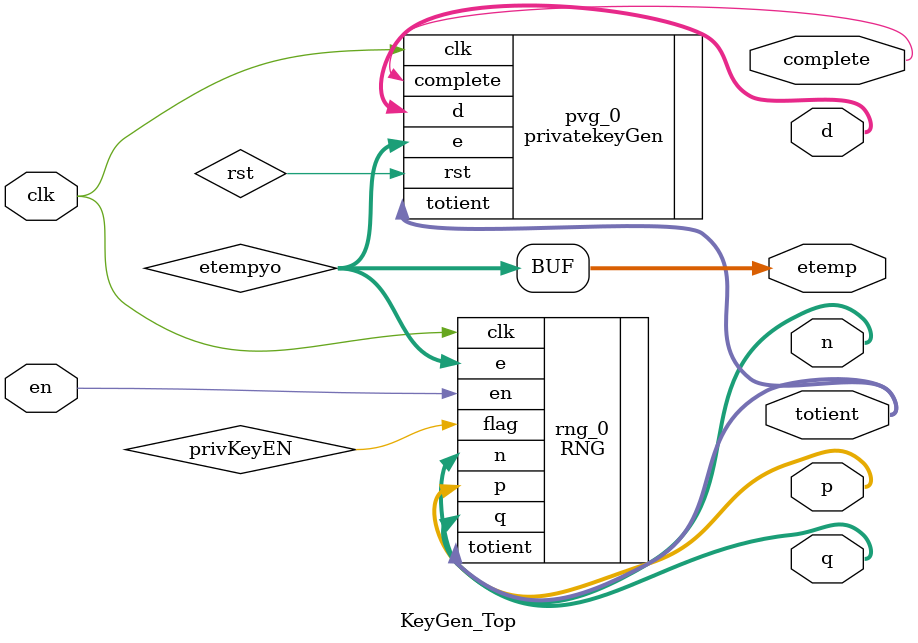
<source format=v>
`timescale 1ns / 1ps


module KeyGen_Top(input clk,input en, output [11:0] q, p, output [23:0] etemp, n,totient,d, output complete);
wire rst;
wire [23:0]etempyo;
wire privKeyEN;
        RNG rng_0(.clk(clk),.q(q), .p(p),.e(etempyo),.n(n),.totient(totient),.en(en), .flag(privKeyEN));
        privatekeyGen pvg_0(.clk(clk),.e(etempyo), .totient(totient), .d(d), .rst(rst),.complete(complete)); 
		  assign etemp = etempyo;
endmodule
</source>
